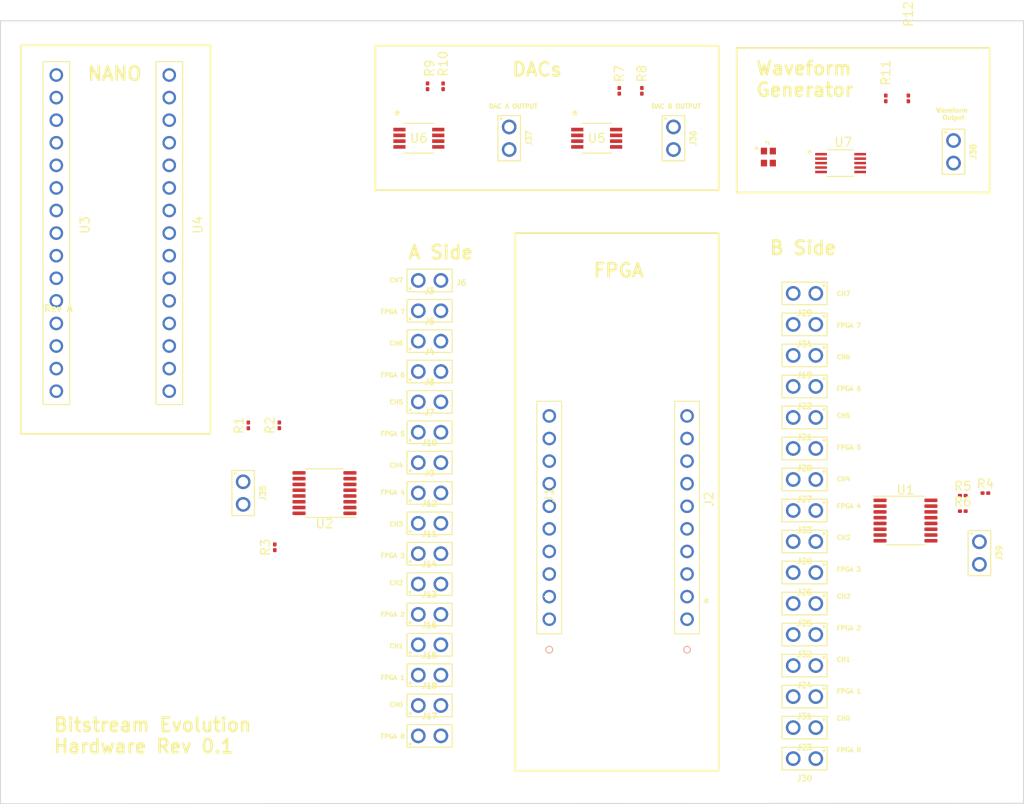
<source format=kicad_pcb>
(kicad_pcb (version 20221018) (generator pcbnew)
  (title_block (title "PROJECT_NAME_HERE") (date "2022-12-27") (rev "Rev A") (company "great lakes dev") (comment 1 "CC-BY-SA"))
  (layers (0 "F.Cu" signal) (31 "B.Cu" signal) (34 "B.Paste" user) (35 "F.Paste" user) (36 "B.SilkS" user "B.Silkscreen") (37 "F.SilkS" user "F.Silkscreen") (38 "B.Mask" user) (39 "F.Mask" user) (44 "Edge.Cuts" user))
  (net 0 "")
  (net 1 "/FPGA_A_7")
  (net 2 "/ADC_A_Channel_7")
  (net 4 "Net-(R1-Pad1)")
  (net 5 "Net-(R4-Pad2)")
  (net 6 "GND")
  (net 7 "/ADC_REF_B")
  (net 8 "/ADC_REF_A")
  (net 9 "Net-(U5-OUTB)")
  (net 10 "Net-(U5-OUTA)")
  (net 12 "Net-(U6-OUTB)")
  (net 13 "Net-(U6-OUTA)")
  (net 14 "Net-(U5-SCL)")
  (net 15 "Net-(U5-SDA)")
  (net 16 "Net-(U6-SCL)")
  (net 20 "/Arduino_D13")
  (net 21 "/Arduino_+3.3V")
  (net 22 "/Arduino_AREF")
  (net 23 "/Arduino_D14")
  (net 24 "/Arduino_D15")
  (net 25 "/Arduino_D16")
  (net 26 "/Arduino_D17")
  (net 27 "/Arduino_SDA")
  (net 28 "/Arduino_SCL")
  (net 29 "/Arduino_+5V")
  (net 30 "/Arduino_GND")
  (net 31 "/Arduino_VIN")
  (net 32 "/Arduino_D12")
  (net 33 "/Arduino_D11")
  (net 34 "/Arduino_D10")
  (net 35 "/Arduino_D9")
  (net 36 "/Arduino_D8")
  (net 37 "/Arduino_D7")
  (net 38 "/Arduino_D6")
  (net 39 "/Arduino_D5")
  (net 40 "/Arduino_D4")
  (net 41 "/Arduino_D3")
  (net 42 "/Arduino_D2")
  (net 43 "/Arduino_RESET")
  (net 44 "/Arduino_D0")
  (net 45 "/Arduino_D1")
  (net 46 "/FPGA_A_6")
  (net 47 "/ADC_A_Channel_6")
  (net 48 "/FPGA_A_5")
  (net 49 "/ADC_A_Channel_5")
  (net 50 "/FPGA_A_4")
  (net 51 "/ADC_A_Channel_4")
  (net 52 "/FPGA_A_3")
  (net 53 "/ADC_A_Channel_3")
  (net 54 "/FPGA_A_2")
  (net 55 "/ADC_A_Channel_2")
  (net 56 "/FPGA_A_1")
  (net 57 "/ADC_A_Channel_1")
  (net 58 "/FPGA_A_0")
  (net 59 "/ADC_A_Channel_0")
  (net 60 "/FPGA_B_1")
  (net 61 "/FPGA_B_4")
  (net 62 "/FPGA_B_2")
  (net 63 "/ADC_B_Channel_1")
  (net 64 "/FPGA_B_7")
  (net 65 "/FPGA_B_6")
  (net 66 "/FPGA_B_5")
  (net 67 "/ADC_B_Channel_4")
  (net 68 "/FPGA_B_3")
  (net 69 "/ADC_B_Channel_2")
  (net 70 "/FPGA_B_0")
  (net 71 "/ADC_B_Channel_7")
  (net 72 "/ADC_B_Channel_6")
  (net 73 "/ADC_B_Channel_5")
  (net 74 "/ADC_B_Channel_3")
  (net 75 "/ADC_B_Channel_0")
  (net 76 "Net-(U6-SDA)")
  (net 82 "Net-(U7-VOUT)")
  (net 83 "Net-(U7-SDATA)")
  (net 84 "Net-(U7-SCLK)")
  (net 85 "Net-(U7-MCLK)")
  (footprint "footprints:61300211121" (layer "F.Cu") (at 82.8075 76.83553)
    (fp_text reference "J12" (at -0.005204 -2.220251) (layer "F.SilkS") (effects (font (size 0.640506 0.640506))))
    (fp_text value "61300211121")
    (pad "1" thru_hole circle (at -1.27 0) (size 1.65 1.65) (drill 1.1) (layers "*.Cu" "*.Mask") (net 53 "/ADC_A_Channel_3"))
    (pad "2" thru_hole circle (at 1.27 0) (size 1.65 1.65) (drill 1.1) (layers "*.Cu" "*.Mask") (net 52 "/FPGA_A_3"))
  )
  (footprint "footprints:61300211121" (layer "F.Cu") (at 124.9715 78.881392 180)
    (fp_text reference "J20" (at -0.005204 -2.220251 180) (layer "F.SilkS") (effects (font (size 0.640506 0.640506))))
    (fp_text value "61300211121")
    (pad "1" thru_hole circle (at -1.27 0 180) (size 1.65 1.65) (drill 1.1) (layers "*.Cu" "*.Mask") (net 32 "/Arduino_D12"))
    (pad "2" thru_hole circle (at 1.27 0 180) (size 1.65 1.65) (drill 1.1) (layers "*.Cu" "*.Mask") (net 61 "/FPGA_B_4"))
  )
  (footprint "footprints:61300211121" (layer "F.Cu") (at 124.9715 82.36966 180)
    (fp_text reference "J26" (at -0.005204 -2.220251 180) (layer "F.SilkS") (effects (font (size 0.640506 0.640506))))
    (fp_text value "61300211121")
    (pad "1" thru_hole circle (at -1.27 0 180) (size 1.65 1.65) (drill 1.1) (layers "*.Cu" "*.Mask") (net 67 "/ADC_B_Channel_4"))
    (pad "2" thru_hole circle (at 1.27 0 180) (size 1.65 1.65) (drill 1.1) (layers "*.Cu" "*.Mask") (net 61 "/FPGA_B_4"))
  )
  (footprint "footprints:PPTC151LFBN-RC" (layer "F.Cu") (at 53.529 26.416 -90)
    (fp_text reference "U4" (at 16.8653 -3.22461 -90) (layer "F.SilkS") (effects (font (size 1.002992 1.002992))))
    (fp_text value "PPTC151LFBN-RC")
    (pad "P$1" thru_hole circle (at 0 0 270) (size 1.53 1.53) (drill 1.02) (layers "*.Cu" "*.Mask") (net 32 "/Arduino_D12"))
    (pad "P$2" thru_hole circle (at 2.54 0 270) (size 1.53 1.53) (drill 1.02) (layers "*.Cu" "*.Mask") (net 33 "/Arduino_D11"))
    (pad "P$3" thru_hole circle (at 5.08 0 270) (size 1.53 1.53) (drill 1.02) (layers "*.Cu" "*.Mask") (net 34 "/Arduino_D10"))
    (pad "P$4" thru_hole circle (at 7.62 0 270) (size 1.53 1.53) (drill 1.02) (layers "*.Cu" "*.Mask") (net 35 "/Arduino_D9"))
    (pad "P$5" thru_hole circle (at 10.16 0 270) (size 1.53 1.53) (drill 1.02) (layers "*.Cu" "*.Mask") (net 36 "/Arduino_D8"))
    (pad "P$6" thru_hole circle (at 12.7 0 270) (size 1.53 1.53) (drill 1.02) (layers "*.Cu" "*.Mask") (net 37 "/Arduino_D7"))
    (pad "P$7" thru_hole circle (at 15.24 0 270) (size 1.53 1.53) (drill 1.02) (layers "*.Cu" "*.Mask") (net 38 "/Arduino_D6"))
    (pad "P$8" thru_hole circle (at 17.78 0 270) (size 1.53 1.53) (drill 1.02) (layers "*.Cu" "*.Mask") (net 39 "/Arduino_D5"))
    (pad "P$9" thru_hole circle (at 20.32 0 270) (size 1.53 1.53) (drill 1.02) (layers "*.Cu" "*.Mask") (net 40 "/Arduino_D4"))
    (pad "P$10" thru_hole circle (at 22.86 0 270) (size 1.53 1.53) (drill 1.02) (layers "*.Cu" "*.Mask") (net 41 "/Arduino_D3"))
    (pad "P$11" thru_hole circle (at 25.4 0 270) (size 1.53 1.53) (drill 1.02) (layers "*.Cu" "*.Mask") (net 42 "/Arduino_D2"))
    (pad "P$12" thru_hole circle (at 27.94 0 270) (size 1.53 1.53) (drill 1.02) (layers "*.Cu" "*.Mask") (net 30 "/Arduino_GND"))
    (pad "P$13" thru_hole circle (at 30.48 0 270) (size 1.53 1.53) (drill 1.02) (layers "*.Cu" "*.Mask") (net 43 "/Arduino_RESET"))
    (pad "P$14" thru_hole circle (at 33.02 0 270) (size 1.53 1.53) (drill 1.02) (layers "*.Cu" "*.Mask") (net 44 "/Arduino_D0"))
    (pad "P$15" thru_hole circle (at 35.56 0 270) (size 1.53 1.53) (drill 1.02) (layers "*.Cu" "*.Mask") (net 45 "/Arduino_D1"))
  )
  (footprint "footprints:61300211121" (layer "F.Cu") (at 82.8075 100.73752)
    (fp_text reference "J17" (at -0.005204 -2.220251) (layer "F.SilkS") (effects (font (size 0.640506 0.640506))))
    (fp_text value "61300211121")
    (pad "1" thru_hole circle (at -1.27 0) (size 1.65 1.65) (drill 1.1) (layers "*.Cu" "*.Mask") (net 44 "/Arduino_D0"))
    (pad "2" thru_hole circle (at 1.27 0) (size 1.65 1.65) (drill 1.1) (layers "*.Cu" "*.Mask") (net 58 "/FPGA_A_0"))
  )
  (footprint "Resistor_SMD:R_0201_0603Metric" (layer "F.Cu") (at 65.3985 79.532 90)
    (fp_text reference "R3" (at 0 -1.05 90) (layer "F.SilkS"))
    (fp_text value "5K")
    (pad "1" smd roundrect (at -0.32 0 90) (size 0.46 0.4) (layers "F.Cu" "F.Mask") (net 21 "/Arduino_+3.3V"))
    (pad "2" smd roundrect (at 0.32 0 90) (size 0.46 0.4) (layers "F.Cu" "F.Mask") (net 4 "Net-(R1-Pad1)"))
  )
  (footprint "footprints:61300211121" (layer "F.Cu") (at 82.8075 93.90838)
    (fp_text reference "J15" (at -0.005204 -2.220251) (layer "F.SilkS") (effects (font (size 0.640506 0.640506))))
    (fp_text value "61300211121")
    (pad "1" thru_hole circle (at -1.27 0) (size 1.65 1.65) (drill 1.1) (layers "*.Cu" "*.Mask") (net 45 "/Arduino_D1"))
    (pad "2" thru_hole circle (at 1.27 0) (size 1.65 1.65) (drill 1.1) (layers "*.Cu" "*.Mask") (net 56 "/FPGA_A_1"))
  )
  (footprint "Resistor_SMD:R_0201_0603Metric" (layer "F.Cu") (at 104.14 28.194 -90)
    (fp_text reference "R7" (at -1.941 0 90) (layer "F.SilkS"))
    (fp_text value "2K")
    (pad "1" smd roundrect (at -0.32 0 270) (size 0.46 0.4) (layers "F.Cu" "F.Mask") (net 28 "/Arduino_SCL"))
    (pad "2" smd roundrect (at 0.32 0 270) (size 0.46 0.4) (layers "F.Cu" "F.Mask") (net 14 "Net-(U5-SCL)"))
  )
  (footprint "footprints:SOP50P490X110-10N" (layer "F.Cu") (at 129.032 36.322)
    (fp_text reference "U7" (at 0.305 -2.362) (layer "F.SilkS"))
    (fp_text value "AD9833BRMZ")
    (pad "1" smd roundrect (at -2.2 -1) (size 1.32 0.28) (layers "F.Cu" "F.Paste" "F.Mask") (roundrect_rratio 0.07))
    (pad "2" smd roundrect (at -2.2 -0.5) (size 1.32 0.28) (layers "F.Cu" "F.Paste" "F.Mask") (roundrect_rratio 0.07) (net 21 "/Arduino_+3.3V"))
    (pad "3" smd roundrect (at -2.2 0) (size 1.32 0.28) (layers "F.Cu" "F.Paste" "F.Mask") (roundrect_rratio 0.07))
    (pad "4" smd roundrect (at -2.2 0.5) (size 1.32 0.28) (layers "F.Cu" "F.Paste" "F.Mask") (roundrect_rratio 0.07) (net 6 "GND"))
    (pad "5" smd roundrect (at -2.2 1) (size 1.32 0.28) (layers "F.Cu" "F.Paste" "F.Mask") (roundrect_rratio 0.07) (net 85 "Net-(U7-MCLK)"))
    (pad "6" smd roundrect (at 2.2 1) (size 1.32 0.28) (layers "F.Cu" "F.Paste" "F.Mask") (roundrect_rratio 0.07) (net 83 "Net-(U7-SDATA)"))
    (pad "7" smd roundrect (at 2.2 0.5) (size 1.32 0.28) (layers "F.Cu" "F.Paste" "F.Mask") (roundrect_rratio 0.07) (net 84 "Net-(U7-SCLK)"))
    (pad "8" smd roundrect (at 2.2 0) (size 1.32 0.28) (layers "F.Cu" "F.Paste" "F.Mask") (roundrect_rratio 0.07))
    (pad "9" smd roundrect (at 2.2 -0.5) (size 1.32 0.28) (layers "F.Cu" "F.Paste" "F.Mask") (roundrect_rratio 0.07) (net 6 "GND"))
    (pad "10" smd roundrect (at 2.2 -1) (size 1.32 0.28) (layers "F.Cu" "F.Paste" "F.Mask") (roundrect_rratio 0.07) (net 82 "Net-(U7-VOUT)"))
  )
  (footprint "footprints:61300211121" (layer "F.Cu") (at 82.8075 66.59182)
    (fp_text reference "J7" (at -0.005204 -2.220251) (layer "F.SilkS") (effects (font (size 0.640506 0.640506))))
    (fp_text value "61300211121")
    (pad "1" thru_hole circle (at -1.27 0) (size 1.65 1.65) (drill 1.1) (layers "*.Cu" "*.Mask") (net 39 "/Arduino_D5"))
    (pad "2" thru_hole circle (at 1.27 0) (size 1.65 1.65) (drill 1.1) (layers "*.Cu" "*.Mask") (net 48 "/FPGA_A_5"))
  )
  (footprint "Resistor_SMD:R_0201_0603Metric" (layer "F.Cu") (at 62.4225 65.820702 90)
    (fp_text reference "R1" (at 0 -1.05 90) (layer "F.SilkS"))
    (fp_text value "2K")
    (pad "1" smd roundrect (at -0.32 0 90) (size 0.46 0.4) (layers "F.Cu" "F.Mask") (net 4 "Net-(R1-Pad1)"))
    (pad "2" smd roundrect (at 0.32 0 90) (size 0.46 0.4) (layers "F.Cu" "F.Mask") (net 27 "/Arduino_SDA"))
  )
  (footprint "Resistor_SMD:R_0201_0603Metric" (layer "F.Cu") (at 142.774 75.468)
    (fp_text reference "R6" (at 0 -1.05) (layer "F.SilkS"))
    (fp_text value "2K")
    (pad "1" smd roundrect (at -0.32 0) (size 0.46 0.4) (layers "F.Cu" "F.Mask") (net 5 "Net-(R4-Pad2)"))
    (pad "2" smd roundrect (at 0.32 0) (size 0.46 0.4) (layers "F.Cu" "F.Mask") (net 28 "/Arduino_SCL"))
  )
  (footprint "footprints:61300211121" (layer "F.Cu") (at 61.8425 73.436 -90)
    (fp_text reference "J35" (at -0.005204 -2.220251 90) (layer "F.SilkS") (effects (font (size 0.640506 0.640506))))
    (fp_text value "61300211121")
    (pad "1" thru_hole circle (at -1.27 0 270) (size 1.65 1.65) (drill 1.1) (layers "*.Cu" "*.Mask") (net 8 "/ADC_REF_A"))
    (pad "2" thru_hole circle (at 1.27 0 270) (size 1.65 1.65) (drill 1.1) (layers "*.Cu" "*.Mask") (net 6 "GND"))
  )
  (footprint "footprints:MAX5820MEUA&plus_" (layer "F.Cu") (at 101.6 33.528)
    (fp_text reference "U5" (at 0 0) (layer "F.SilkS"))
    (fp_text value "MAX5820MEUA+")
    (fp_text user "*" (at -2.4384 -2.5244) (layer "F.SilkS"))
    (fp_text user "*" (at -2.4384 -2.5244) (layer "F.SilkS"))
    (pad "1" smd rect (at -2.1844 -0.974999) (size 1.3716 0.4064) (layers "F.Cu" "F.Paste" "F.Mask") (net 21 "/Arduino_+3.3V"))
    (pad "2" smd rect (at -2.1844 -0.325001) (size 1.3716 0.4064) (layers "F.Cu" "F.Paste" "F.Mask") (net 6 "GND"))
    (pad "3" smd rect (at -2.1844 0.325001) (size 1.3716 0.4064) (layers "F.Cu" "F.Paste" "F.Mask") (net 6 "GND"))
    (pad "4" smd rect (at -2.1844 0.974999) (size 1.3716 0.4064) (layers "F.Cu" "F.Paste" "F.Mask") (net 14 "Net-(U5-SCL)"))
    (pad "5" smd rect (at 2.1844 0.974999) (size 1.3716 0.4064) (layers "F.Cu" "F.Paste" "F.Mask") (net 15 "Net-(U5-SDA)"))
    (pad "6" smd rect (at 2.1844 0.325001) (size 1.3716 0.4064) (layers "F.Cu" "F.Paste" "F.Mask"))
    (pad "7" smd rect (at 2.1844 -0.325001) (size 1.3716 0.4064) (layers "F.Cu" "F.Paste" "F.Mask") (net 10 "Net-(U5-OUTA)"))
    (pad "8" smd rect (at 2.1844 -0.974999) (size 1.3716 0.4064) (layers "F.Cu" "F.Paste" "F.Mask") (net 9 "Net-(U5-OUTB)"))
  )
  (footprint "Resistor_SMD:R_0201_0603Metric" (layer "F.Cu") (at 84.328 27.686 90)
    (fp_text reference "R10" (at 2.54 0 90) (layer "F.SilkS"))
    (fp_text value "2K")
    (pad "1" smd roundrect (at -0.32 0 90) (size 0.46 0.4) (layers "F.Cu" "F.Mask") (net 27 "/Arduino_SDA"))
    (pad "2" smd roundrect (at 0.32 0 90) (size 0.46 0.4) (layers "F.Cu" "F.Mask") (net 76 "Net-(U6-SDA)"))
  )
  (footprint "footprints:PPPC101LFBN-RC" (layer "F.Cu") (at 111.7635 87.61897 90)
    (fp_text reference "J2" (at 13.496457 2.4715 90) (layer "F.SilkS"))
    (fp_text value "PPPC101LFBN-RC")
    (fp_text user "*" (at 2.066457 2.4715 90) (layer "F.SilkS"))
    (pad "1" thru_hole circle (at 0 0 90) (size 1.524 1.524) (drill 1.016) (layers "*.Cu" "*.Mask") (net 70 "/FPGA_B_0"))
    (pad "2" thru_hole circle (at 2.54 0 90) (size 1.524 1.524) (drill 1.016) (layers "*.Cu" "*.Mask") (net 60 "/FPGA_B_1"))
    (pad "3" thru_hole circle (at 5.08 0 90) (size 1.524 1.524) (drill 1.016) (layers "*.Cu" "*.Mask") (net 62 "/FPGA_B_2"))
    (pad "4" thru_hole circle (at 7.62 0 90) (size 1.524 1.524) (drill 1.016) (layers "*.Cu" "*.Mask") (net 68 "/FPGA_B_3"))
    (pad "5" thru_hole circle (at 10.16 0 90) (size 1.524 1.524) (drill 1.016) (layers "*.Cu" "*.Mask") (net 61 "/FPGA_B_4"))
    (pad "6" thru_hole circle (at 12.7 0 90) (size 1.524 1.524) (drill 1.016) (layers "*.Cu" "*.Mask") (net 66 "/FPGA_B_5"))
    (pad "7" thru_hole circle (at 15.24 0 90) (size 1.524 1.524) (drill 1.016) (layers "*.Cu" "*.Mask") (net 65 "/FPGA_B_6"))
    (pad "8" thru_hole circle (at 17.78 0 90) (size 1.524 1.524) (drill 1.016) (layers "*.Cu" "*.Mask") (net 64 "/FPGA_B_7"))
    (pad "9" thru_hole circle (at 20.32 0 90) (size 1.524 1.524) (drill 1.016) (layers "*.Cu" "*.Mask"))
    (pad "10" thru_hole circle (at 22.86 0 90) (size 1.524 1.524) (drill 1.016) (layers "*.Cu" "*.Mask"))
  )
  (footprint "footprints:PPPC101LFBN-RC" (layer "F.Cu") (at 96.2695 87.61897 90)
    (fp_text reference "J1" (at 13.97 0 90) (layer "F.SilkS"))
    (fp_text value "PPPC101LFBN-RC")
    (fp_text user "*" (at 2.54 0 90) (layer "F.SilkS"))
    (pad "1" thru_hole circle (at 0 0 90) (size 1.524 1.524) (drill 1.016) (layers "*.Cu" "*.Mask") (net 58 "/FPGA_A_0"))
    (pad "2" thru_hole circle (at 2.54 0 90) (size 1.524 1.524) (drill 1.016) (layers "*.Cu" "*.Mask") (net 56 "/FPGA_A_1"))
    (pad "3" thru_hole circle (at 5.08 0 90) (size 1.524 1.524) (drill 1.016) (layers "*.Cu" "*.Mask") (net 54 "/FPGA_A_2"))
    (pad "4" thru_hole circle (at 7.62 0 90) (size 1.524 1.524) (drill 1.016) (layers "*.Cu" "*.Mask") (net 52 "/FPGA_A_3"))
    (pad "5" thru_hole circle (at 10.16 0 90) (size 1.524 1.524) (drill 1.016) (layers "*.Cu" "*.Mask") (net 50 "/FPGA_A_4"))
    (pad "6" thru_hole circle (at 12.7 0 90) (size 1.524 1.524) (drill 1.016) (layers "*.Cu" "*.Mask") (net 48 "/FPGA_A_5"))
    (pad "7" thru_hole circle (at 15.24 0 90) (size 1.524 1.524) (drill 1.016) (layers "*.Cu" "*.Mask") (net 46 "/FPGA_A_6"))
    (pad "8" thru_hole circle (at 17.78 0 90) (size 1.524 1.524) (drill 1.016) (layers "*.Cu" "*.Mask") (net 1 "/FPGA_A_7"))
    (pad "9" thru_hole circle (at 20.32 0 90) (size 1.524 1.524) (drill 1.016) (layers "*.Cu" "*.Mask"))
    (pad "10" thru_hole circle (at 22.86 0 90) (size 1.524 1.524) (drill 1.016) (layers "*.Cu" "*.Mask"))
  )
  (footprint "footprints:MAX5820MEUA&plus_" (layer "F.Cu") (at 81.599 33.528)
    (fp_text reference "U6" (at 0 0) (layer "F.SilkS"))
    (fp_text value "MAX5820MEUA+" hide)
    (fp_text user "*" (at -2.4384 -2.5244) (layer "F.SilkS"))
    (fp_text user "*" (at -2.4384 -2.5244) (layer "F.SilkS"))
    (pad "1" smd rect (at -2.1844 -0.974999) (size 1.3716 0.4064) (layers "F.Cu" "F.Paste" "F.Mask") (net 21 "/Arduino_+3.3V"))
    (pad "2" smd rect (at -2.1844 -0.325001) (size 1.3716 0.4064) (layers "F.Cu" "F.Paste" "F.Mask") (net 6 "GND"))
    (pad "3" smd rect (at -2.1844 0.325001) (size 1.3716 0.4064) (layers "F.Cu" "F.Paste" "F.Mask") (net 21 "/Arduino_+3.3V"))
    (pad "4" smd rect (at -2.1844 0.974999) (size 1.3716 0.4064) (layers "F.Cu" "F.Paste" "F.Mask") (net 16 "Net-(U6-SCL)"))
    (pad "5" smd rect (at 2.1844 0.974999) (size 1.3716 0.4064) (layers "F.Cu" "F.Paste" "F.Mask") (net 76 "Net-(U6-SDA)"))
    (pad "6" smd rect (at 2.1844 0.325001) (size 1.3716 0.4064) (layers "F.Cu" "F.Paste" "F.Mask"))
    (pad "7" smd rect (at 2.1844 -0.325001) (size 1.3716 0.4064) (layers "F.Cu" "F.Paste" "F.Mask") (net 13 "Net-(U6-OUTA)"))
    (pad "8" smd rect (at 2.1844 -0.974999) (size 1.3716 0.4064) (layers "F.Cu" "F.Paste" "F.Mask") (net 12 "Net-(U6-OUTB)"))
  )
  (footprint "footprints:61300211121" (layer "F.Cu") (at 124.9715 50.975241 180)
    (fp_text reference "J29" (at -0.005204 -2.220251 180) (layer "F.SilkS") (effects (font (size 0.640506 0.640506))))
    (fp_text value "61300211121")
    (pad "1" thru_hole circle (at -1.27 0 180) (size 1.65 1.65) (drill 1.1) (layers "*.Cu" "*.Mask") (net 36 "/Arduino_D8"))
    (pad "2" thru_hole circle (at 1.27 0 180) (size 1.65 1.65) (drill 1.1) (layers "*.Cu" "*.Mask") (net 70 "/FPGA_B_0"))
  )
  (footprint "footprints:61300211121" (layer "F.Cu") (at 124.9715 71.904856 180)
    (fp_text reference "J27" (at -0.005204 -2.220251 180) (layer "F.SilkS") (effects (font (size 0.640506 0.640506))))
    (fp_text value "61300211121")
    (pad "1" thru_hole circle (at -1.27 0 180) (size 1.65 1.65) (drill 1.1) (layers "*.Cu" "*.Mask") (net 33 "/Arduino_D11"))
    (pad "2" thru_hole circle (at 1.27 0 180) (size 1.65 1.65) (drill 1.1) (layers "*.Cu" "*.Mask") (net 68 "/FPGA_B_3"))
  )
  (footprint "footprints:61300211121" (layer "F.Cu") (at 124.9715 99.811 180)
    (fp_text reference "J23" (at -0.005204 -2.220251 180) (layer "F.SilkS") (effects (font (size 0.640506 0.640506))))
    (fp_text value "61300211121")
    (pad "1" thru_hole circle (at -1.27 0 180) (size 1.65 1.65) (drill 1.1) (layers "*.Cu" "*.Mask") (net 24 "/Arduino_D15"))
    (pad "2" thru_hole circle (at 1.27 0 180) (size 1.65 1.65) (drill 1.1) (layers "*.Cu" "*.Mask") (net 64 "/FPGA_B_7"))
  )
  (footprint "footprints:61300211121" (layer "F.Cu") (at 82.8075 97.32295)
    (fp_text reference "J18" (at -0.005204 -2.220251) (layer "F.SilkS") (effects (font (size 0.640506 0.640506))))
    (fp_text value "61300211121")
    (pad "1" thru_hole circle (at -1.27 0) (size 1.65 1.65) (drill 1.1) (layers "*.Cu" "*.Mask") (net 59 "/ADC_A_Channel_0"))
    (pad "2" thru_hole circle (at 1.27 0) (size 1.65 1.65) (drill 1.1) (layers "*.Cu" "*.Mask") (net 58 "/FPGA_A_0"))
  )
  (footprint "footprints:61300211121" (layer "F.Cu") (at 82.8075 83.66467)
    (fp_text reference "J14" (at -0.005204 -2.220251) (layer "F.SilkS") (effects (font (size 0.640506 0.640506))))
    (fp_text value "61300211121")
    (pad "1" thru_hole circle (at -1.27 0) (size 1.65 1.65) (drill 1.1) (layers "*.Cu" "*.Mask") (net 55 "/ADC_A_Channel_2"))
    (pad "2" thru_hole circle (at 1.27 0) (size 1.65 1.65) (drill 1.1) (layers "*.Cu" "*.Mask") (net 54 "/FPGA_A_2"))
  )
  (footprint "footprints:61300211121" (layer "F.Cu") (at 82.8075 73.42096)
    (fp_text reference "J9" (at -0.005204 -2.220251) (layer "F.SilkS") (effects (font (size 0.640506 0.640506))))
    (fp_text value "61300211121")
    (pad "1" thru_hole circle (at -1.27 0) (size 1.65 1.65) (drill 1.1) (layers "*.Cu" "*.Mask") (net 40 "/Arduino_D4"))
    (pad "2" thru_hole circle (at 1.27 0) (size 1.65 1.65) (drill 1.1) (layers "*.Cu" "*.Mask") (net 50 "/FPGA_A_4"))
  )
  (footprint "footprints:61300211121" (layer "F.Cu") (at 124.9715 85.857928 180)
    (fp_text reference "J25" (at -0.005204 -2.220251 180) (layer "F.SilkS") (effects (font (size 0.640506 0.640506))))
    (fp_text value "61300211121")
    (pad "1" thru_hole circle (at -1.27 0 180) (size 1.65 1.65) (drill 1.1) (layers "*.Cu" "*.Mask") (net 20 "/Arduino_D13"))
    (pad "2" thru_hole circle (at 1.27 0 180) (size 1.65 1.65) (drill 1.1) (layers "*.Cu" "*.Mask") (net 66 "/FPGA_B_5"))
  )
  (footprint "footprints:61300211121" (layer "F.Cu") (at 144.643 80.182 -90)
    (fp_text reference "J39" (at -0.005204 -2.220251 90) (layer "F.SilkS") (effects (font (size 0.640506 0.640506))))
    (fp_text value "61300211121")
    (pad "1" thru_hole circle (at -1.27 0 270) (size 1.65 1.65) (drill 1.1) (layers "*.Cu" "*.Mask") (net 7 "/ADC_REF_B"))
    (pad "2" thru_hole circle (at 1.27 0 270) (size 1.65 1.65) (drill 1.1) (layers "*.Cu" "*.Mask") (net 6 "GND"))
  )
  (footprint "Package_SO:TSSOP-16_4.4x5mm_P0.65mm" (layer "F.Cu") (at 136.3295 76.525)
    (fp_text reference "U1" (at 0 -3.45) (layer "F.SilkS"))
    (fp_text value "ADS7828")
    (pad "1" smd roundrect (at -2.8625 -2.275) (size 1.475 0.4) (layers "F.Cu" "F.Paste" "F.Mask") (net 75 "/ADC_B_Channel_0"))
    (pad "2" smd roundrect (at -2.8625 -1.625) (size 1.475 0.4) (layers "F.Cu" "F.Paste" "F.Mask") (net 63 "/ADC_B_Channel_1"))
    (pad "3" smd roundrect (at -2.8625 -0.975) (size 1.475 0.4) (layers "F.Cu" "F.Paste" "F.Mask") (net 69 "/ADC_B_Channel_2"))
    (pad "4" smd roundrect (at -2.8625 -0.325) (size 1.475 0.4) (layers "F.Cu" "F.Paste" "F.Mask") (net 74 "/ADC_B_Channel_3"))
    (pad "5" smd roundrect (at -2.8625 0.325) (size 1.475 0.4) (layers "F.Cu" "F.Paste" "F.Mask") (net 67 "/ADC_B_Channel_4"))
    (pad "6" smd roundrect (at -2.8625 0.975) (size 1.475 0.4) (layers "F.Cu" "F.Paste" "F.Mask") (net 73 "/ADC_B_Channel_5"))
    (pad "7" smd roundrect (at -2.8625 1.625) (size 1.475 0.4) (layers "F.Cu" "F.Paste" "F.Mask") (net 72 "/ADC_B_Channel_6"))
    (pad "8" smd roundrect (at -2.8625 2.275) (size 1.475 0.4) (layers "F.Cu" "F.Paste" "F.Mask") (net 71 "/ADC_B_Channel_7"))
    (pad "9" smd roundrect (at 2.8625 2.275) (size 1.475 0.4) (layers "F.Cu" "F.Paste" "F.Mask") (net 6 "GND"))
    (pad "10" smd roundrect (at 2.8625 1.625) (size 1.475 0.4) (layers "F.Cu" "F.Paste" "F.Mask") (net 7 "/ADC_REF_B"))
    (pad "11" smd roundrect (at 2.8625 0.975) (size 1.475 0.4) (layers "F.Cu" "F.Paste" "F.Mask"))
    (pad "12" smd roundrect (at 2.8625 0.325) (size 1.475 0.4) (layers "F.Cu" "F.Paste" "F.Mask") (net 21 "/Arduino_+3.3V"))
    (pad "13" smd roundrect (at 2.8625 -0.325) (size 1.475 0.4) (layers "F.Cu" "F.Paste" "F.Mask") (net 21 "/Arduino_+3.3V"))
    (pad "14" smd roundrect (at 2.8625 -0.975) (size 1.475 0.4) (layers "F.Cu" "F.Paste" "F.Mask") (net 28 "/Arduino_SCL"))
    (pad "15" smd roundrect (at 2.8625 -1.625) (size 1.475 0.4) (layers "F.Cu" "F.Paste" "F.Mask") (net 27 "/Arduino_SDA"))
    (pad "16" smd roundrect (at 2.8625 -2.275) (size 1.475 0.4) (layers "F.Cu" "F.Paste" "F.Mask") (net 21 "/Arduino_+3.3V"))
  )
  (footprint "Resistor_SMD:R_0201_0603Metric" (layer "F.Cu") (at 142.774 73.718)
    (fp_text reference "R5" (at 0 -1.05) (layer "F.SilkS"))
    (fp_text value "2K")
    (pad "1" smd roundrect (at -0.32 0) (size 0.46 0.4) (layers "F.Cu" "F.Mask") (net 5 "Net-(R4-Pad2)"))
    (pad "2" smd roundrect (at 0.32 0) (size 0.46 0.4) (layers "F.Cu" "F.Mask") (net 27 "/Arduino_SDA"))
  )
  (footprint "footprints:61300211121" (layer "F.Cu") (at 82.8075 49.51897)
    (fp_text reference "J6" (at 3.5525 0.26503) (layer "F.SilkS") (effects (font (size 0.640506 0.640506))))
    (fp_text value "61300211121")
    (pad "1" thru_hole circle (at -1.27 0) (size 1.65 1.65) (drill 1.1) (layers "*.Cu" "*.Mask") (net 2 "/ADC_A_Channel_7"))
    (pad "2" thru_hole circle (at 1.27 0) (size 1.65 1.65) (drill 1.1) (layers "*.Cu" "*.Mask") (net 1 "/FPGA_A_7"))
  )
  (footprint "Package_SO:TSSOP-16_4.4x5mm_P0.65mm" (layer "F.Cu") (at 70.9865 73.436 180)
    (fp_text reference "U2" (at 0 -3.45) (layer "F.SilkS"))
    (fp_text value "ADS7828")
    (pad "1" smd roundrect (at -2.8625 -2.275 180) (size 1.475 0.4) (layers "F.Cu" "F.Paste" "F.Mask") (net 59 "/ADC_A_Channel_0"))
    (pad "2" smd roundrect (at -2.8625 -1.625 180) (size 1.475 0.4) (layers "F.Cu" "F.Paste" "F.Mask") (net 57 "/ADC_A_Channel_1"))
    (pad "3" smd roundrect (at -2.8625 -0.975 180) (size 1.475 0.4) (layers "F.Cu" "F.Paste" "F.Mask") (net 55 "/ADC_A_Channel_2"))
    (pad "4" smd roundrect (at -2.8625 -0.325 180) (size 1.475 0.4) (layers "F.Cu" "F.Paste" "F.Mask") (net 53 "/ADC_A_Channel_3"))
    (pad "5" smd roundrect (at -2.8625 0.325 180) (size 1.475 0.4) (layers "F.Cu" "F.Paste" "F.Mask") (net 51 "/ADC_A_Channel_4"))
    (pad "6" smd roundrect (at -2.8625 0.975 180) (size 1.475 0.4) (layers "F.Cu" "F.Paste" "F.Mask") (net 49 "/ADC_A_Channel_5"))
    (pad "7" smd roundrect (at -2.8625 1.625 180) (size 1.475 0.4) (layers "F.Cu" "F.Paste" "F.Mask") (net 47 "/ADC_A_Channel_6"))
    (pad "8" smd roundrect (at -2.8625 2.275 180) (size 1.475 0.4) (layers "F.Cu" "F.Paste" "F.Mask") (net 2 "/ADC_A_Channel_7"))
    (pad "9" smd roundrect (at 2.8625 2.275 180) (size 1.475 0.4) (layers "F.Cu" "F.Paste" "F.Mask") (net 6 "GND"))
    (pad "10" smd roundrect (at 2.8625 1.625 180) (size 1.475 0.4) (layers "F.Cu" "F.Paste" "F.Mask") (net 8 "/ADC_REF_A"))
    (pad "11" smd roundrect (at 2.8625 0.975 180) (size 1.475 0.4) (layers "F.Cu" "F.Paste" "F.Mask"))
    (pad "12" smd roundrect (at 2.8625 0.325 180) (size 1.475 0.4) (layers "F.Cu" "F.Paste" "F.Mask") (net 6 "GND"))
    (pad "13" smd roundrect (at 2.8625 -0.325 180) (size 1.475 0.4) (layers "F.Cu" "F.Paste" "F.Mask") (net 6 "GND"))
    (pad "14" smd roundrect (at 2.8625 -0.975 180) (size 1.475 0.4) (layers "F.Cu" "F.Paste" "F.Mask") (net 28 "/Arduino_SCL"))
    (pad "15" smd roundrect (at 2.8625 -1.625 180) (size 1.475 0.4) (layers "F.Cu" "F.Paste" "F.Mask") (net 27 "/Arduino_SDA"))
    (pad "16" smd roundrect (at 2.8625 -2.275 180) (size 1.475 0.4) (layers "F.Cu" "F.Paste" "F.Mask") (net 21 "/Arduino_+3.3V"))
  )
  (footprint "footprints:61300211121" (layer "F.Cu") (at 124.9715 64.92832 180)
    (fp_text reference "J21" (at -0.005204 -2.220251 180) (layer "F.SilkS") (effects (font (size 0.640506 0.640506))))
    (fp_text value "61300211121")
    (pad "1" thru_hole circle (at -1.27 0 180) (size 1.65 1.65) (drill 1.1) (layers "*.Cu" "*.Mask") (net 34 "/Arduino_D10"))
    (pad "2" thru_hole circle (at 1.27 0 180) (size 1.65 1.65) (drill 1.1) (layers "*.Cu" "*.Mask") (net 62 "/FPGA_B_2"))
  )
  (footprint "footprints:61300211121" (layer "F.Cu") (at 82.8075 63.17725)
    (fp_text reference "J8" (at -0.005204 -2.220251) (layer "F.SilkS") (effects (font (size 0.640506 0.640506))))
    (fp_text value "61300211121")
    (pad "1" thru_hole circle (at -1.27 0) (size 1.65 1.65) (drill 1.1) (layers "*.Cu" "*.Mask") (net 49 "/ADC_A_Channel_5"))
    (pad "2" thru_hole circle (at 1.27 0) (size 1.65 1.65) (drill 1.1) (layers "*.Cu" "*.Mask") (net 48 "/FPGA_A_5"))
  )
  (footprint "footprints:PPTC151LFBN-RC" (layer "F.Cu") (at 40.829 26.416 -90)
    (fp_text reference "U3" (at 16.8653 -3.22461 -90) (layer "F.SilkS") (effects (font (size 1.002992 1.002992))))
    (fp_text value "PPTC151LFBN-RC")
    (pad "P$1" thru_hole circle (at 0 0 270) (size 1.53 1.53) (drill 1.02) (layers "*.Cu" "*.Mask") (net 20 "/Arduino_D13"))
    (pad "P$2" thru_hole circle (at 2.54 0 270) (size 1.53 1.53) (drill 1.02) (layers "*.Cu" "*.Mask") (net 21 "/Arduino_+3.3V"))
    (pad "P$3" thru_hole circle (at 5.08 0 270) (size 1.53 1.53) (drill 1.02) (layers "*.Cu" "*.Mask") (net 22 "/Arduino_AREF"))
    (pad "P$4" thru_hole circle (at 7.62 0 270) (size 1.53 1.53) (drill 1.02) (layers "*.Cu" "*.Mask") (net 23 "/Arduino_D14"))
    (pad "P$5" thru_hole circle (at 10.16 0 270) (size 1.53 1.53) (drill 1.02) (layers "*.Cu" "*.Mask") (net 24 "/Arduino_D15"))
    (pad "P$6" thru_hole circle (at 12.7 0 270) (size 1.53 1.53) (drill 1.02) (layers "*.Cu" "*.Mask") (net 25 "/Arduino_D16"))
    (pad "P$7" thru_hole circle (at 15.24 0 270) (size 1.53 1.53) (drill 1.02) (layers "*.Cu" "*.Mask") (net 26 "/Arduino_D17"))
    (pad "P$8" thru_hole circle (at 17.78 0 270) (size 1.53 1.53) (drill 1.02) (layers "*.Cu" "*.Mask") (net 27 "/Arduino_SDA"))
    (pad "P$9" thru_hole circle (at 20.32 0 270) (size 1.53 1.53) (drill 1.02) (layers "*.Cu" "*.Mask") (net 28 "/Arduino_SCL"))
    (pad "P$10" thru_hole circle (at 22.86 0 270) (size 1.53 1.53) (drill 1.02) (layers "*.Cu" "*.Mask"))
    (pad "P$11" thru_hole circle (at 25.4 0 270) (size 1.53 1.53) (drill 1.02) (layers "*.Cu" "*.Mask"))
    (pad "P$12" thru_hole circle (at 27.94 0 270) (size 1.53 1.53) (drill 1.02) (layers "*.Cu" "*.Mask") (net 29 "/Arduino_+5V"))
    (pad "P$13" thru_hole circle (at 30.48 0 270) (size 1.53 1.53) (drill 1.02) (layers "*.Cu" "*.Mask"))
    (pad "P$14" thru_hole circle (at 33.02 0 270) (size 1.53 1.53) (drill 1.02) (layers "*.Cu" "*.Mask") (net 30 "/Arduino_GND"))
    (pad "P$15" thru_hole circle (at 35.56 0 270) (size 1.53 1.53) (drill 1.02) (layers "*.Cu" "*.Mask") (net 31 "/Arduino_VIN"))
  )
  (footprint "footprints:61300211121" (layer "F.Cu") (at 124.9715 89.346196 180)
    (fp_text reference "J32" (at -0.005204 -2.220251 180) (layer "F.SilkS") (effects (font (size 0.640506 0.640506))))
    (fp_text value "61300211121")
    (pad "1" thru_hole circle (at -1.27 0 180) (size 1.65 1.65) (drill 1.1) (layers "*.Cu" "*.Mask") (net 73 "/ADC_B_Channel_5"))
    (pad "2" thru_hole circle (at 1.27 0 180) (size 1.65 1.65) (drill 1.1) (layers "*.Cu" "*.Mask") (net 66 "/FPGA_B_5"))
  )
  (footprint "footprints:61300211121" (layer "F.Cu") (at 82.8075 87.07924)
    (fp_text reference "J13" (at -0.005204 -2.220251) (layer "F.SilkS") (effects (font (size 0.640506 0.640506))))
    (fp_text value "61300211121")
    (pad "1" thru_hole circle (at -1.27 0) (size 1.65 1.65) (drill 1.1) (layers "*.Cu" "*.Mask") (net 42 "/Arduino_D2"))
    (pad "2" thru_hole circle (at 1.27 0) (size 1.65 1.65) (drill 1.1) (layers "*.Cu" "*.Mask") (net 54 "/FPGA_A_2"))
  )
  (footprint "footprints:61300211121" (layer "F.Cu") (at 82.8075 59.76268)
    (fp_text reference "J4" (at -0.005204 -2.220251) (layer "F.SilkS") (effects (font (size 0.640506 0.640506))))
    (fp_text value "61300211121")
    (pad "1" thru_hole circle (at -1.27 0) (size 1.65 1.65) (drill 1.1) (layers "*.Cu" "*.Mask") (net 38 "/Arduino_D6"))
    (pad "2" thru_hole circle (at 1.27 0) (size 1.65 1.65) (drill 1.1) (layers "*.Cu" "*.Mask") (net 46 "/FPGA_A_6"))
  )
  (footprint "footprints:61300211121" (layer "F.Cu") (at 124.9715 68.416588 180)
    (fp_text reference "J28" (at -0.005204 -2.220251 180) (layer "F.SilkS") (effects (font (size 0.640506 0.640506))))
    (fp_text value "61300211121")
    (pad "1" thru_hole circle (at -1.27 0 180) (size 1.65 1.65) (drill 1.1) (layers "*.Cu" "*.Mask") (net 69 "/ADC_B_Channel_2"))
    (pad "2" thru_hole circle (at 1.27 0 180) (size 1.65 1.65) (drill 1.1) (layers "*.Cu" "*.Mask") (net 62 "/FPGA_B_2"))
  )
  (footprint "footprints:61300211121" (layer "F.Cu") (at 124.9715 57.951784 180)
    (fp_text reference "J19" (at -0.005204 -2.220251 180) (layer "F.SilkS") (effects (font (size 0.640506 0.640506))))
    (fp_text value "61300211121")
    (pad "1" thru_hole circle (at -1.27 0 180) (size 1.65 1.65) (drill 1.1) (layers "*.Cu" "*.Mask") (net 35 "/Arduino_D9"))
    (pad "2" thru_hole circle (at 1.27 0 180) (size 1.65 1.65) (drill 1.1) (layers "*.Cu" "*.Mask") (net 60 "/FPGA_B_1"))
  )
  (footprint "footprints:61300211121" (layer "F.Cu") (at 124.9715 96.322732 180)
    (fp_text reference "J31" (at -0.005204 -2.220251 180) (layer "F.SilkS") (effects (font (size 0.640506 0.640506))))
    (fp_text value "61300211121")
    (pad "1" thru_hole circle (at -1.27 0 180) (size 1.65 1.65) (drill 1.1) (layers "*.Cu" "*.Mask") (net 72 "/ADC_B_Channel_6"))
    (pad "2" thru_hole circle (at 1.27 0 180) (size 1.65 1.65) (drill 1.1) (layers "*.Cu" "*.Mask") (net 65 "/FPGA_B_6"))
  )
  (footprint "Resistor_SMD:R_0201_0603Metric" (layer "F.Cu") (at 145.314 73.436)
    (fp_text reference "R4" (at 0 -1.05) (layer "F.SilkS"))
    (fp_text value "5K")
    (pad "1" smd roundrect (at -0.32 0) (size 0.46 0.4) (layers "F.Cu" "F.Mask") (net 21 "/Arduino_+3.3V"))
    (pad "2" smd roundrect (at 0.32 0) (size 0.46 0.4) (layers "F.Cu" "F.Mask") (net 5 "Net-(R4-Pad2)"))
  )
  (footprint "footprints:61300211121" (layer "F.Cu") (at 124.9715 61.440052 180)
    (fp_text reference "J22" (at -0.005204 -2.220251 180) (layer "F.SilkS") (effects (font (size 0.640506 0.640506))))
    (fp_text value "61300211121")
    (pad "1" thru_hole circle (at -1.27 0 180) (size 1.65 1.65) (drill 1.1) (layers "*.Cu" "*.Mask") (net 63 "/ADC_B_Channel_1"))
    (pad "2" thru_hole circle (at 1.27 0 180) (size 1.65 1.65) (drill 1.1) (layers "*.Cu" "*.Mask") (net 60 "/FPGA_B_1"))
  )
  (footprint "footprints:61300211121" (layer "F.Cu") (at 124.9715 75.393124 180)
    (fp_text reference "J33" (at -0.005204 -2.220251 180) (layer "F.SilkS") (effects (font (size 0.640506 0.640506))))
    (fp_text value "61300211121")
    (pad "1" thru_hole circle (at -1.27 0 180) (size 1.65 1.65) (drill 1.1) (layers "*.Cu" "*.Mask") (net 74 "/ADC_B_Channel_3"))
    (pad "2" thru_hole circle (at 1.27 0 180) (size 1.65 1.65) (drill 1.1) (layers "*.Cu" "*.Mask") (net 68 "/FPGA_B_3"))
  )
  (footprint "Resistor_SMD:R_0201_0603Metric" (layer "F.Cu") (at 106.68 28.194 -90)
    (fp_text reference "R8" (at -1.941 0 90) (layer "F.SilkS"))
    (fp_text value "2K")
    (pad "1" smd roundrect (at -0.32 0 270) (size 0.46 0.4) (layers "F.Cu" "F.Mask") (net 27 "/Arduino_SDA"))
    (pad "2" smd roundrect (at 0.32 0 270) (size 0.46 0.4) (layers "F.Cu" "F.Mask") (net 15 "Net-(U5-SDA)"))
  )
  (footprint "Resistor_SMD:R_0201_0603Metric" (layer "F.Cu") (at 136.652 29.047 90)
    (fp_text reference "R12" (at 9.48898 0 90) (layer "F.SilkS"))
    (fp_text value "2K")
    (pad "1" smd roundrect (at -0.32 0 90) (size 0.46 0.4) (layers "F.Cu" "F.Mask") (net 84 "Net-(U7-SCLK)"))
    (pad "2" smd roundrect (at 0.32 0 90) (size 0.46 0.4) (layers "F.Cu" "F.Mask") (net 28 "/Arduino_SCL"))
  )
  (footprint "Resistor_SMD:R_0201_0603Metric" (layer "F.Cu") (at 65.9065 65.816 90)
    (fp_text reference "R2" (at 0 -1.05 90) (layer "F.SilkS"))
    (fp_text value "2K")
    (pad "1" smd roundrect (at -0.32 0 90) (size 0.46 0.4) (layers "F.Cu" "F.Mask") (net 4 "Net-(R1-Pad1)"))
    (pad "2" smd roundrect (at 0.32 0 90) (size 0.46 0.4) (layers "F.Cu" "F.Mask") (net 28 "/Arduino_SCL"))
  )
  (footprint "footprints:61300211121" (layer "F.Cu") (at 82.8075 56.34811)
    (fp_text reference "J5" (at -0.005204 -2.220251) (layer "F.SilkS") (effects (font (size 0.640506 0.640506))))
    (fp_text value "61300211121")
    (pad "1" thru_hole circle (at -1.27 0) (size 1.65 1.65) (drill 1.1) (layers "*.Cu" "*.Mask") (net 47 "/ADC_A_Channel_6"))
    (pad "2" thru_hole circle (at 1.27 0) (size 1.65 1.65) (drill 1.1) (layers "*.Cu" "*.Mask") (net 46 "/FPGA_A_6"))
  )
  (footprint "footprints:OSC_XRCGB25M000F3M04R0" (layer "F.Cu") (at 120.912 35.647)
    (fp_text reference "Y1" (at -0.084 -1.6032) (layer "F.SilkS") (effects (font (size 0.32 0.32))))
    (fp_text value "XRCGB25M000F3M04R0")
    (pad "1" smd rect (at -0.5 -0.675) (size 0.7 0.75) (layers "F.Cu" "F.Paste" "F.Mask") (net 21 "/Arduino_+3.3V"))
    (pad "2" smd rect (at -0.5 0.675) (size 0.7 0.75) (layers "F.Cu" "F.Paste" "F.Mask"))
    (pad "3" smd rect (at 0.5 0.675) (size 0.7 0.75) (layers "F.Cu" "F.Paste" "F.Mask") (net 85 "Net-(U7-MCLK)"))
    (pad "4" smd rect (at 0.5 -0.675) (size 0.7 0.75) (layers "F.Cu" "F.Paste" "F.Mask"))
  )
  (footprint "footprints:61300211121" (layer "F.Cu") (at 141.732 35.052 -90)
    (fp_text reference "J38" (at -0.005204 -2.220251 -90) (layer "F.SilkS") (effects (font (size 0.640506 0.640506))))
    (fp_text value "61300211121")
    (pad "1" thru_hole circle (at -1.27 0 270) (size 1.65 1.65) (drill 1.1) (layers "*.Cu" "*.Mask") (net 82 "Net-(U7-VOUT)"))
    (pad "2" thru_hole circle (at 1.27 0 270) (size 1.65 1.65) (drill 1.1) (layers "*.Cu" "*.Mask") (net 6 "GND"))
  )
  (footprint "footprints:61300211121" (layer "F.Cu") (at 82.8075 80.2501)
    (fp_text reference "J11" (at -0.005204 -2.220251) (layer "F.SilkS") (effects (font (size 0.640506 0.640506))))
    (fp_text value "61300211121")
    (pad "1" thru_hole circle (at -1.27 0) (size 1.65 1.65) (drill 1.1) (layers "*.Cu" "*.Mask") (net 41 "/Arduino_D3"))
    (pad "2" thru_hole circle (at 1.27 0) (size 1.65 1.65) (drill 1.1) (layers "*.Cu" "*.Mask") (net 52 "/FPGA_A_3"))
  )
  (footprint "footprints:61300211121" (layer "F.Cu") (at 124.9715 92.834464 180)
    (fp_text reference "J24" (at -0.005204 -2.220251 180) (layer "F.SilkS") (effects (font (size 0.640506 0.640506))))
    (fp_text value "61300211121")
    (pad "1" thru_hole circle (at -1.27 0 180) (size 1.65 1.65) (drill 1.1) (layers "*.Cu" "*.Mask") (net 23 "/Arduino_D14"))
    (pad "2" thru_hole circle (at 1.27 0 180) (size 1.65 1.65) (drill 1.1) (layers "*.Cu" "*.Mask") (net 65 "/FPGA_B_6"))
  )
  (footprint "Resistor_SMD:R_0201_0603Metric" (layer "F.Cu") (at 134.112 29.047 90)
    (fp_text reference "R11" (at 2.885 0 90) (layer "F.SilkS"))
    (fp_text value "2K")
    (pad "1" smd roundrect (at -0.32 0 90) (size 0.46 0.4) (layers "F.Cu" "F.Mask") (net 27 "/Arduino_SDA"))
    (pad "2" smd roundrect (at 0.32 0 90) (size 0.46 0.4) (layers "F.Cu" "F.Mask") (net 83 "Net-(U7-SDATA)"))
  )
  (footprint "Resistor_SMD:R_0201_0603Metric" (layer "F.Cu") (at 82.578 27.686 90)
    (fp_text reference "R9" (at 2.032 0.226 90) (layer "F.SilkS"))
    (fp_text value "2K")
    (pad "1" smd roundrect (at -0.32 0 90) (size 0.46 0.4) (layers "F.Cu" "F.Mask") (net 28 "/Arduino_SCL"))
    (pad "2" smd roundrect (at 0.32 0 90) (size 0.46 0.4) (layers "F.Cu" "F.Mask") (net 16 "Net-(U6-SCL)"))
  )
  (footprint "footprints:61300211121" (layer "F.Cu") (at 91.759 33.528 -90)
    (fp_text reference "J37" (at -0.005204 -2.220251 -90) (layer "F.SilkS") (effects (font (size 0.640506 0.640506))))
    (fp_text value "61300211121")
    (pad "1" thru_hole circle (at -1.27 0 270) (size 1.65 1.65) (drill 1.1) (layers "*.Cu" "*.Mask") (net 12 "Net-(U6-OUTB)"))
    (pad "2" thru_hole circle (at 1.27 0 270) (size 1.65 1.65) (drill 1.1) (layers "*.Cu" "*.Mask") (net 13 "Net-(U6-OUTA)"))
  )
  (footprint "footprints:61300211121" (layer "F.Cu") (at 110.236 33.528 -90)
    (fp_text reference "J36" (at -0.005204 -2.220251 -90) (layer "F.SilkS") (effects (font (size 0.640506 0.640506))))
    (fp_text value "61300211121")
    (pad "1" thru_hole circle (at -1.27 0 270) (size 1.65 1.65) (drill 1.1) (layers "*.Cu" "*.Mask") (net 9 "Net-(U5-OUTB)"))
    (pad "2" thru_hole circle (at 1.27 0 270) (size 1.65 1.65) (drill 1.1) (layers "*.Cu" "*.Mask") (net 10 "Net-(U5-OUTA)"))
  )
  (footprint "footprints:61300211121" (layer "F.Cu") (at 124.9715 54.463516 180)
    (fp_text reference "J34" (at -0.005204 -2.220251 180) (layer "F.SilkS") (effects (font (size 0.640506 0.640506))))
    (fp_text value "61300211121")
    (pad "1" thru_hole circle (at -1.27 0 180) (size 1.65 1.65) (drill 1.1) (layers "*.Cu" "*.Mask") (net 75 "/ADC_B_Channel_0"))
    (pad "2" thru_hole circle (at 1.27 0 180) (size 1.65 1.65) (drill 1.1) (layers "*.Cu" "*.Mask") (net 70 "/FPGA_B_0"))
  )
  (footprint "footprints:61300211121" (layer "F.Cu") (at 82.8075 90.49381)
    (fp_text reference "J16" (at -0.005204 -2.220251) (layer "F.SilkS") (effects (font (size 0.640506 0.640506))))
    (fp_text value "61300211121")
    (pad "1" thru_hole circle (at -1.27 0) (size 1.65 1.65) (drill 1.1) (layers "*.Cu" "*.Mask") (net 57 "/ADC_A_Channel_1"))
    (pad "2" thru_hole circle (at 1.27 0) (size 1.65 1.65) (drill 1.1) (layers "*.Cu" "*.Mask") (net 56 "/FPGA_A_1"))
  )
  (footprint "footprints:61300211121" (layer "F.Cu") (at 82.8075 52.93354)
    (fp_text reference "J3" (at -0.005204 -2.220251) (layer "F.SilkS") (effects (font (size 0.640506 0.640506))))
    (fp_text value "61300211121")
    (pad "1" thru_hole circle (at -1.27 0) (size 1.65 1.65) (drill 1.1) (layers "*.Cu" "*.Mask") (net 37 "/Arduino_D7"))
    (pad "2" thru_hole circle (at 1.27 0) (size 1.65 1.65) (drill 1.1) (layers "*.Cu" "*.Mask") (net 1 "/FPGA_A_7"))
  )
  (footprint "footprints:61300211121" (layer "F.Cu") (at 82.8075 70.00639)
    (fp_text reference "J10" (at -0.005204 -2.220251) (layer "F.SilkS") (effects (font (size 0.640506 0.640506))))
    (fp_text value "61300211121")
    (pad "1" thru_hole circle (at -1.27 0) (size 1.65 1.65) (drill 1.1) (layers "*.Cu" "*.Mask") (net 51 "/ADC_A_Channel_4"))
    (pad "2" thru_hole circle (at 1.27 0) (size 1.65 1.65) (drill 1.1) (layers "*.Cu" "*.Mask") (net 50 "/FPGA_A_4"))
  )
  (footprint "footprints:61300211121" (layer "F.Cu") (at 124.9715 103.299268 180)
    (fp_text reference "J30" (at -0.005204 -2.220251 180) (layer "F.SilkS") (effects (font (size 0.640506 0.640506))))
    (fp_text value "61300211121")
    (pad "1" thru_hole circle (at -1.27 0 180) (size 1.65 1.65) (drill 1.1) (layers "*.Cu" "*.Mask") (net 71 "/ADC_B_Channel_7"))
    (pad "2" thru_hole circle (at 1.27 0 180) (size 1.65 1.65) (drill 1.1) (layers "*.Cu" "*.Mask") (net 64 "/FPGA_B_7"))
  )
  (gr_rect (start 117.348 23.368) (end 145.796 39.624) (stroke (width 0.2)) (fill none) (layer "F.SilkS"))
  (gr_rect (start 92.456 44.196) (end 115.316 104.648) (stroke (width 0.2)) (fill none) (layer "F.SilkS"))
  (gr_rect (start 36.83 23.084) (end 58.166 66.772) (stroke (width 0.2)) (fill none) (layer "F.SilkS"))
  (gr_rect (start 76.708 23.114) (end 115.316 39.37) (stroke (width 0.2)) (fill none) (layer "F.SilkS"))
  (gr_line (start 149.6095 20.32) (end 149.6095 108.319268) (stroke (width 0.1)) (layer "Edge.Cuts"))
  (gr_line (start 34.544 20.32) (end 149.6095 20.32) (stroke (width 0.1)) (layer "Edge.Cuts"))
  (gr_line (start 34.544 108.379268) (end 34.544 20.32) (stroke (width 0.1)) (layer "Edge.Cuts"))
  (gr_line (start 149.6095 108.319268) (end 34.544 108.379268) (stroke (width 0.1)) (layer "Edge.Cuts"))
  (gr_text "FPGA 7" (at 77.216 53.34) (layer "F.SilkS") (effects (font (size 0.5 0.5) (thickness 0.125) bold) (justify left bottom)))
  (gr_text "FPGA 0" (at 128.524 102.616) (layer "F.SilkS") (effects (font (size 0.5 0.5) (thickness 0.125) bold) (justify left bottom)))
  (gr_text "FPGA 7" (at 128.524 54.864) (layer "F.SilkS") (effects (font (size 0.5 0.5) (thickness 0.125) bold) (justify left bottom)))
  (gr_text "CH1\n" (at 128.524 92.456) (layer "F.SilkS") (effects (font (size 0.5 0.5) (thickness 0.125) bold) (justify left bottom)))
  (gr_text "CH1\n" (at 78.232 90.932) (layer "F.SilkS") (effects (font (size 0.5 0.5) (thickness 0.125) bold) (justify left bottom)))
  (gr_text "FPGA 6" (at 128.524 61.976) (layer "F.SilkS") (effects (font (size 0.5 0.5) (thickness 0.125) bold) (justify left bottom)))
  (gr_text "DACs" (at 91.948 26.67) (layer "F.SilkS") (effects (font (size 1.5 1.5) (thickness 0.3) bold) (justify left bottom)))
  (gr_text "CH6\n" (at 78.232 56.896) (layer "F.SilkS") (effects (font (size 0.5 0.5) (thickness 0.125) bold) (justify left bottom)))
  (gr_text "FPGA" (at 101.092 49.276) (layer "F.SilkS") (effects (font (size 1.5 1.5) (thickness 0.3) bold) (justify left bottom)))
  (gr_text "Bitstream Evolution\nHardware Rev 0.1" (at 40.3895 102.791268) (layer "F.SilkS") (effects (font (size 1.5 1.5) (thickness 0.3) bold) (justify left bottom)))
  (gr_text "FPGA 3" (at 77.216 80.772) (layer "F.SilkS") (effects (font (size 0.5 0.5) (thickness 0.125) bold) (justify left bottom)))
  (gr_text "FPGA 5" (at 77.216 67.056) (layer "F.SilkS") (effects (font (size 0.5 0.5) (thickness 0.125) bold) (justify left bottom)))
  (gr_text "FPGA 2" (at 128.524 88.9) (layer "F.SilkS") (effects (font (size 0.5 0.5) (thickness 0.125) bold) (justify left bottom)))
  (gr_text "${REVISION}" (at 41.069 52.676) (layer "F.SilkS") (effects (font (size 0.75 0.75))))
  (gr_text "FPGA 6" (at 77.216 60.452) (layer "F.SilkS") (effects (font (size 0.5 0.5) (thickness 0.125) bold) (justify left bottom)))
  (gr_text "DAC B OUTPUT" (at 107.696 30.226) (layer "F.SilkS") (effects (font (size 0.5 0.5) (thickness 0.125) bold) (justify left bottom)))
  (gr_text "FPGA 1" (at 128.524 96.012) (layer "F.SilkS") (effects (font (size 0.5 0.5) (thickness 0.125) bold) (justify left bottom)))
  (gr_text "FPGA 3" (at 128.524 82.296) (layer "F.SilkS") (effects (font (size 0.5 0.5) (thickness 0.125) bold) (justify left bottom)))
  (gr_text "FPGA 2" (at 77.216 87.376) (layer "F.SilkS") (effects (font (size 0.5 0.5) (thickness 0.125) bold) (justify left bottom)))
  (gr_text "CH6\n" (at 128.524 58.42) (layer "F.SilkS") (effects (font (size 0.5 0.5) (thickness 0.125) bold) (justify left bottom)))
  (gr_text "CH4\n" (at 128.524 72.136) (layer "F.SilkS") (effects (font (size 0.5 0.5) (thickness 0.125) bold) (justify left bottom)))
  (gr_text "FPGA 4" (at 77.216 73.66) (layer "F.SilkS") (effects (font (size 0.5 0.5) (thickness 0.125) bold) (justify left bottom)))
  (gr_text "CH0\n" (at 78.232 97.536) (layer "F.SilkS") (effects (font (size 0.5 0.5) (thickness 0.125) bold) (justify left bottom)))
  (gr_text "CH2\n" (at 128.524 85.344) (layer "F.SilkS") (effects (font (size 0.5 0.5) (thickness 0.125) bold) (justify left bottom)))
  (gr_text "CH7\n" (at 78.232 49.784) (layer "F.SilkS") (effects (font (size 0.5 0.5) (thickness 0.125) bold) (justify left bottom)))
  (gr_text "DAC A OUTPUT" (at 89.408 30.226) (layer "F.SilkS") (effects (font (size 0.5 0.5) (thickness 0.125) bold) (justify left bottom)))
  (gr_text "B Side" (at 120.904 46.736) (layer "F.SilkS") (effects (font (size 1.5 1.5) (thickness 0.3) bold) (justify left bottom)))
  (gr_text "FPGA 4" (at 128.524 75.184) (layer "F.SilkS") (effects (font (size 0.5 0.5) (thickness 0.125) bold) (justify left bottom)))
  (gr_text "FPGA 5" (at 128.524 68.58) (layer "F.SilkS") (effects (font (size 0.5 0.5) (thickness 0.125) bold) (justify left bottom)))
  (gr_text "A Side" (at 80.264 47.244) (layer "F.SilkS") (effects (font (size 1.5 1.5) (thickness 0.3) bold) (justify left bottom)))
  (gr_text "Waveform \nOutput" (at 141.732 31.496) (layer "F.SilkS") (effects (font (size 0.5 0.5) (thickness 0.125) bold) (justify bottom)))
  (gr_text "CH7\n" (at 128.524 51.308) (layer "F.SilkS") (effects (font (size 0.5 0.5) (thickness 0.125) bold) (justify left bottom)))
  (gr_text "CH0\n" (at 128.524 99.06) (layer "F.SilkS") (effects (font (size 0.5 0.5) (thickness 0.125) bold) (justify left bottom)))
  (gr_text "FPGA 1" (at 77.216 94.488) (layer "F.SilkS") (effects (font (size 0.5 0.5) (thickness 0.125) bold) (justify left bottom)))
  (gr_text "CH3\n" (at 128.524 78.74) (layer "F.SilkS") (effects (font (size 0.5 0.5) (thickness 0.125) bold) (justify left bottom)))
  (gr_text "CH5\n" (at 78.232 63.5) (layer "F.SilkS") (effects (font (size 0.5 0.5) (thickness 0.125) bold) (justify left bottom)))
  (gr_text "Waveform\nGenerator" (at 119.38 28.956) (layer "F.SilkS") (effects (font (size 1.5 1.5) (thickness 0.3) bold) (justify left bottom)))
  (gr_text "CH5\n" (at 128.524 65.024) (layer "F.SilkS") (effects (font (size 0.5 0.5) (thickness 0.125) bold) (justify left bottom)))
  (gr_text "CH2\n" (at 78.232 83.82) (layer "F.SilkS") (effects (font (size 0.5 0.5) (thickness 0.125) bold) (justify left bottom)))
  (gr_text "FPGA 0" (at 77.216 101.092) (layer "F.SilkS") (effects (font (size 0.5 0.5) (thickness 0.125) bold) (justify left bottom)))
  (gr_text "CH4\n" (at 78.232 70.612) (layer "F.SilkS") (effects (font (size 0.5 0.5) (thickness 0.125) bold) (justify left bottom)))
  (gr_text "NANO" (at 44.196 27.148) (layer "F.SilkS") (effects (font (size 1.5 1.5) (thickness 0.3) bold) (justify left bottom)))
  (gr_text "CH3\n" (at 78.232 77.216) (layer "F.SilkS") (effects (font (size 0.5 0.5) (thickness 0.125) bold) (justify left bottom)))
)
</source>
